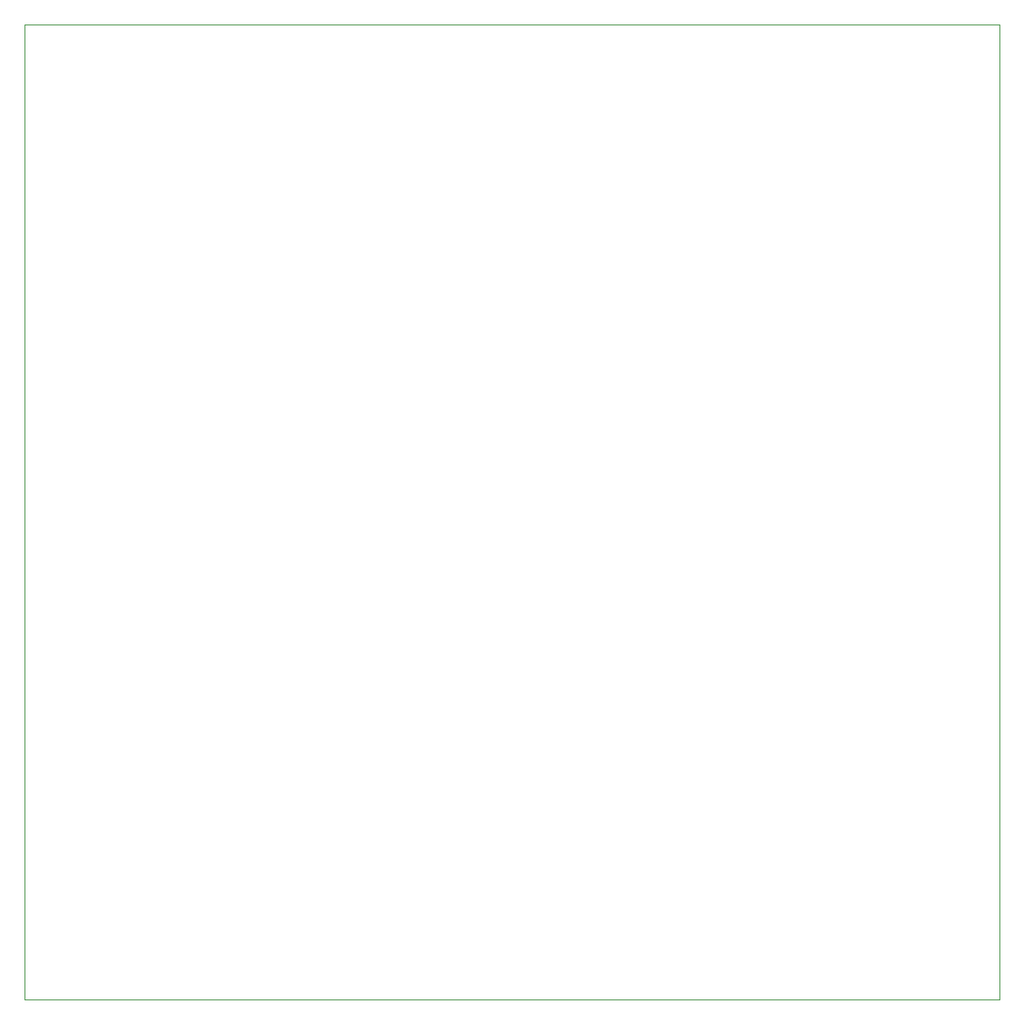
<source format=gbr>
%TF.GenerationSoftware,KiCad,Pcbnew,8.0.5*%
%TF.CreationDate,2024-10-21T21:03:58+03:00*%
%TF.ProjectId,hackpad1,6861636b-7061-4643-912e-6b696361645f,rev?*%
%TF.SameCoordinates,Original*%
%TF.FileFunction,Profile,NP*%
%FSLAX46Y46*%
G04 Gerber Fmt 4.6, Leading zero omitted, Abs format (unit mm)*
G04 Created by KiCad (PCBNEW 8.0.5) date 2024-10-21 21:03:58*
%MOMM*%
%LPD*%
G01*
G04 APERTURE LIST*
%TA.AperFunction,Profile*%
%ADD10C,0.050000*%
%TD*%
G04 APERTURE END LIST*
D10*
X85725000Y-39290625D02*
X183356250Y-39290625D01*
X183356250Y-136921875D01*
X85725000Y-136921875D01*
X85725000Y-39290625D01*
M02*

</source>
